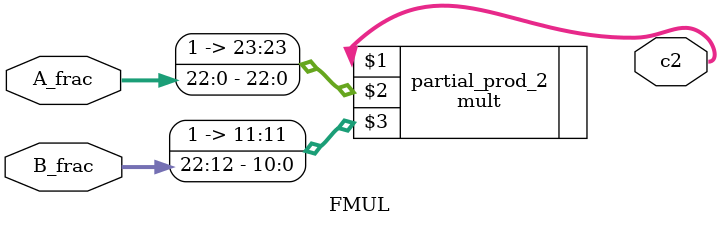
<source format=v>
`define exp_max 255
`define exp_bias 127
module FMUL(
	input [22:0] A_frac,
	input [22:0] B_frac,
    output [35:0] c2
    );
    mult partial_prod_2(c2, {1'b1, A_frac}, {1'b1, B_frac[22:12]});
endmodule
</source>
